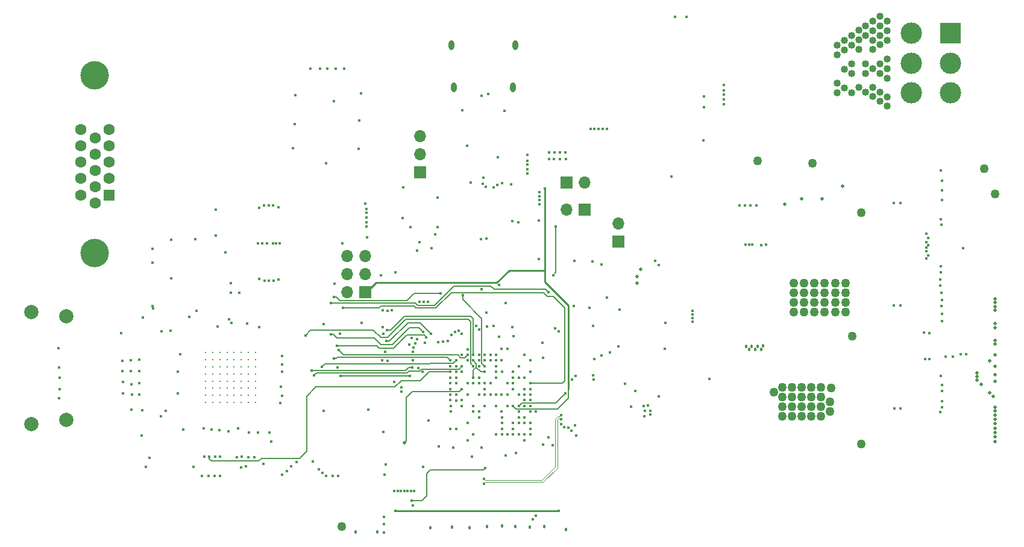
<source format=gbr>
G04 #@! TF.GenerationSoftware,KiCad,Pcbnew,(5.0.2)-1*
G04 #@! TF.CreationDate,2019-04-03T00:40:33-04:00*
G04 #@! TF.ProjectId,RASAC,52415341-432e-46b6-9963-61645f706362,rev?*
G04 #@! TF.SameCoordinates,Original*
G04 #@! TF.FileFunction,Copper,L4,Inr*
G04 #@! TF.FilePolarity,Positive*
%FSLAX46Y46*%
G04 Gerber Fmt 4.6, Leading zero omitted, Abs format (unit mm)*
G04 Created by KiCad (PCBNEW (5.0.2)-1) date 4/3/2019 12:40:33 AM*
%MOMM*%
%LPD*%
G01*
G04 APERTURE LIST*
G04 #@! TA.AperFunction,ViaPad*
%ADD10C,4.000000*%
G04 #@! TD*
G04 #@! TA.AperFunction,ViaPad*
%ADD11C,1.600000*%
G04 #@! TD*
G04 #@! TA.AperFunction,ViaPad*
%ADD12R,1.600000X1.600000*%
G04 #@! TD*
G04 #@! TA.AperFunction,ViaPad*
%ADD13O,0.800000X1.400000*%
G04 #@! TD*
G04 #@! TA.AperFunction,ViaPad*
%ADD14C,0.300000*%
G04 #@! TD*
G04 #@! TA.AperFunction,ViaPad*
%ADD15C,3.000000*%
G04 #@! TD*
G04 #@! TA.AperFunction,ViaPad*
%ADD16R,3.000000X3.000000*%
G04 #@! TD*
G04 #@! TA.AperFunction,ViaPad*
%ADD17O,1.700000X1.700000*%
G04 #@! TD*
G04 #@! TA.AperFunction,ViaPad*
%ADD18R,1.700000X1.700000*%
G04 #@! TD*
G04 #@! TA.AperFunction,ViaPad*
%ADD19C,2.000000*%
G04 #@! TD*
G04 #@! TA.AperFunction,ViaPad*
%ADD20C,0.450088*%
G04 #@! TD*
G04 #@! TA.AperFunction,ViaPad*
%ADD21C,1.270000*%
G04 #@! TD*
G04 #@! TA.AperFunction,ViaPad*
%ADD22C,0.508000*%
G04 #@! TD*
G04 #@! TA.AperFunction,ViaPad*
%ADD23C,0.457200*%
G04 #@! TD*
G04 #@! TA.AperFunction,ViaPad*
%ADD24C,1.016000*%
G04 #@! TD*
G04 #@! TA.AperFunction,Conductor*
%ADD25C,0.101600*%
G04 #@! TD*
G04 #@! TA.AperFunction,Conductor*
%ADD26C,0.254000*%
G04 #@! TD*
G04 #@! TA.AperFunction,Conductor*
%ADD27C,0.203200*%
G04 #@! TD*
G04 #@! TA.AperFunction,Conductor*
%ADD28C,0.152400*%
G04 #@! TD*
G04 APERTURE END LIST*
D10*
G04 #@! TO.N,GND*
G04 #@! TO.C,J6*
X93448920Y-106444900D03*
X93448920Y-81444900D03*
D11*
G04 #@! TO.N,Net-(J6-Pad15)*
X91538920Y-89099900D03*
G04 #@! TO.N,Net-(J6-Pad14)*
X91538920Y-91389900D03*
G04 #@! TO.N,Net-(J6-Pad13)*
X91538920Y-93679900D03*
G04 #@! TO.N,Net-(J6-Pad12)*
X91538920Y-95969900D03*
G04 #@! TO.N,Net-(J6-Pad11)*
X91538920Y-98259900D03*
G04 #@! TO.N,GND*
X93518920Y-90244900D03*
G04 #@! TO.N,Net-(J6-Pad9)*
X93518920Y-92534900D03*
G04 #@! TO.N,GND*
X93518920Y-94824900D03*
X93518920Y-97114900D03*
X93518920Y-99404900D03*
X95498920Y-89099900D03*
G04 #@! TO.N,Net-(J6-Pad4)*
X95498920Y-91389900D03*
G04 #@! TO.N,Net-(J6-Pad3)*
X95498920Y-93679900D03*
G04 #@! TO.N,Net-(J6-Pad2)*
X95498920Y-95969900D03*
D12*
G04 #@! TO.N,Net-(J6-Pad1)*
X95498920Y-98259900D03*
G04 #@! TD*
D13*
G04 #@! TO.N,GND*
G04 #@! TO.C,J4*
X152564380Y-77210640D03*
X143584380Y-77210640D03*
X143944380Y-83160640D03*
X152204380Y-83160640D03*
G04 #@! TD*
D14*
G04 #@! TO.N,GND*
G04 #@! TO.C,J5*
X109052480Y-127429140D03*
X110052480Y-127429140D03*
X111052480Y-127429140D03*
X112052480Y-127429140D03*
X112052480Y-126429140D03*
X111052480Y-126429140D03*
X110052480Y-126429140D03*
X109052480Y-126429140D03*
X109052480Y-125429140D03*
X110052480Y-125429140D03*
X111052480Y-125429140D03*
X112052480Y-125429140D03*
X112052480Y-124429140D03*
X111052480Y-124429140D03*
X110052480Y-124429140D03*
X109052480Y-124429140D03*
X109052480Y-123429140D03*
X110052480Y-123429140D03*
X111052480Y-123429140D03*
X112052480Y-123429140D03*
X112052480Y-122429140D03*
X111052480Y-122429140D03*
X110052480Y-122429140D03*
X109052480Y-122429140D03*
X109052480Y-121429140D03*
X110052480Y-121429140D03*
X111052480Y-121429140D03*
X112052480Y-121429140D03*
X112052480Y-120429140D03*
X111052480Y-120429140D03*
X110052480Y-120429140D03*
X109052480Y-120429140D03*
X113052480Y-127429140D03*
X114052480Y-127429140D03*
X113052480Y-126429140D03*
X114052480Y-126429140D03*
X113052480Y-125429140D03*
X114052480Y-125429140D03*
X114052480Y-124429140D03*
X113052480Y-124429140D03*
X113052480Y-123429140D03*
X114052480Y-123429140D03*
X114052480Y-122429140D03*
X113052480Y-122429140D03*
X113052480Y-121429140D03*
X114052480Y-121429140D03*
X113052480Y-120429140D03*
X114052480Y-120429140D03*
X115052480Y-120429140D03*
X115052480Y-121429140D03*
X115052480Y-122429140D03*
X115052480Y-123429140D03*
X115052480Y-124429140D03*
X115052480Y-125429140D03*
X115052480Y-126429140D03*
X115052480Y-127429140D03*
X116052480Y-127429140D03*
X116052480Y-126429140D03*
X116052480Y-125429140D03*
X116052480Y-124429140D03*
X116052480Y-123429140D03*
X116052480Y-122429140D03*
X116052480Y-121429140D03*
X116052480Y-120429140D03*
G04 #@! TD*
D15*
G04 #@! TO.N,GND*
G04 #@! TO.C,J2*
X208152100Y-83919280D03*
G04 #@! TO.N,Net-(J2-Pad5)*
X208152100Y-79719280D03*
G04 #@! TO.N,GND*
X208152100Y-75519280D03*
G04 #@! TO.N,Net-(D1-Pad2)*
X213652100Y-83919280D03*
G04 #@! TO.N,Net-(J2-Pad2)*
X213652100Y-79719280D03*
D16*
G04 #@! TO.N,Net-(D1-Pad2)*
X213652100Y-75519280D03*
G04 #@! TD*
D17*
G04 #@! TO.N,GND*
G04 #@! TO.C,J3*
X128955800Y-106873040D03*
G04 #@! TO.N,VCC3V3*
X131495800Y-106873040D03*
G04 #@! TO.N,JTAG_TDO*
X128955800Y-109413040D03*
G04 #@! TO.N,JTAG_TDI*
X131495800Y-109413040D03*
G04 #@! TO.N,JTAG_TMS*
X128955800Y-111953040D03*
D18*
G04 #@! TO.N,JTAG_TCK*
X131495800Y-111953040D03*
G04 #@! TD*
D19*
G04 #@! TO.N,GND*
G04 #@! TO.C,J7*
X84594700Y-130460880D03*
X84594700Y-114760880D03*
X89494700Y-129860880D03*
X89494700Y-115360880D03*
G04 #@! TD*
D17*
G04 #@! TO.N,JTAG_TDI*
G04 #@! TO.C,J8*
X162308540Y-96545400D03*
D18*
G04 #@! TO.N,Net-(J8-Pad1)*
X159768540Y-96545400D03*
G04 #@! TD*
D17*
G04 #@! TO.N,Net-(J9-Pad2)*
G04 #@! TO.C,J9*
X159781240Y-100342700D03*
D18*
G04 #@! TO.N,JTAG_TDO*
X162321240Y-100342700D03*
G04 #@! TD*
D17*
G04 #@! TO.N,VCC5V0*
G04 #@! TO.C,J12*
X139158980Y-89966800D03*
G04 #@! TO.N,Net-(J12-Pad2)*
X139158980Y-92506800D03*
D18*
G04 #@! TO.N,USB_VBUS_1*
X139158980Y-95046800D03*
G04 #@! TD*
G04 #@! TO.N,EMCCLK*
G04 #@! TO.C,J14*
X167048180Y-104792780D03*
D17*
G04 #@! TO.N,Net-(J14-Pad2)*
X167048180Y-102252780D03*
G04 #@! TD*
D20*
G04 #@! TO.N,PCIe_CLK_P*
X153858648Y-129536390D03*
X148163280Y-138187176D03*
X158996873Y-129205686D03*
G04 #@! TO.N,PCIe_CLK_N*
X153858648Y-130336490D03*
X148163280Y-138815064D03*
X158996873Y-129833574D03*
D21*
G04 #@! TO.N,PCIe_12V*
X201168000Y-100774500D03*
X219951300Y-98105280D03*
X194284600Y-93802200D03*
X218435740Y-94589720D03*
X186588400Y-93446600D03*
D22*
X219951300Y-132892800D03*
X219951300Y-132280660D03*
X219951300Y-131658360D03*
X219951300Y-131036060D03*
X219951300Y-130395980D03*
X219951300Y-129811780D03*
X219951300Y-129209800D03*
X219951300Y-128605280D03*
X219951300Y-128117600D03*
X219673600Y-126555500D03*
X219198620Y-126080520D03*
X217420500Y-123302400D03*
X217420500Y-123302400D03*
X217420500Y-123302400D03*
X219951300Y-120771600D03*
X217420500Y-123302400D03*
X217420500Y-123302400D03*
X219951300Y-123512580D03*
X219951300Y-122359420D03*
X219951300Y-124485400D03*
X217420500Y-124302400D03*
X217420500Y-123784360D03*
X217987040Y-124868940D03*
X217987040Y-124868940D03*
X217987040Y-124868940D03*
X219951300Y-119253000D03*
X219155960Y-121566940D03*
X219951300Y-118704360D03*
X219951300Y-116908580D03*
X219951300Y-116329460D03*
X219951300Y-114477800D03*
X219951300Y-113954560D03*
X219951300Y-113398300D03*
X219951300Y-112842040D03*
D20*
X138371580Y-139852400D03*
X137906760Y-139852400D03*
X137441940Y-139852400D03*
X136972040Y-139852400D03*
X136507220Y-139852400D03*
X136039860Y-139852400D03*
X135575040Y-139852400D03*
D21*
X128153160Y-144895160D03*
D20*
G04 #@! TO.N,VCC3V3*
X143442108Y-124718010D03*
X143056028Y-118809970D03*
X154273967Y-95232348D03*
X154279047Y-94627828D03*
X154286667Y-94023308D03*
X154279047Y-93451808D03*
X154286667Y-92656788D03*
X131622800Y-100210620D03*
X131655820Y-102689660D03*
X141290040Y-103840280D03*
X145760440Y-91338400D03*
X155864560Y-101823520D03*
X155851860Y-107289600D03*
X147820380Y-111531400D03*
X144254220Y-122339100D03*
X143461740Y-127932180D03*
X144246600Y-126326900D03*
X153052780Y-123934220D03*
X153047700Y-126329440D03*
X105516680Y-120680480D03*
X105153460Y-123080780D03*
X110754160Y-116738400D03*
X116558060Y-116852700D03*
X104178100Y-110025180D03*
X105112820Y-126164340D03*
X108788200Y-131066540D03*
X126875540Y-137782300D03*
X112572800Y-110690660D03*
X112565180Y-112016540D03*
X148254720Y-120731280D03*
X150294340Y-118181120D03*
X145855108Y-119938800D03*
X127635000Y-137782300D03*
X131622800Y-102077520D03*
X131622800Y-101396800D03*
X131622800Y-100774500D03*
X138142980Y-120302020D03*
X160825180Y-107535980D03*
X162986720Y-114137440D03*
X172709840Y-108104940D03*
X172161200Y-107556300D03*
X125453140Y-137302240D03*
X124940060Y-136789160D03*
X125933200Y-137782300D03*
X168793160Y-128036320D03*
X152112753Y-101955600D03*
X152112753Y-101955600D03*
X153024840Y-102143560D03*
X105905300Y-131267200D03*
X113807240Y-112016540D03*
X163377880Y-107602020D03*
X125615700Y-128615440D03*
X111843820Y-106324400D03*
X107582300Y-104457500D03*
D21*
G04 #@! TO.N,MGTAVCC*
X199885300Y-118071900D03*
X201180700Y-133261100D03*
D20*
X154656008Y-130333950D03*
X151458348Y-126336290D03*
X151463428Y-127941370D03*
X149863328Y-127941270D03*
X148243008Y-127920950D03*
X146653168Y-127931110D03*
X145852968Y-126335990D03*
X147463328Y-124725630D03*
X146647688Y-124725630D03*
X184912000Y-105257600D03*
X185437780Y-105257600D03*
X185841640Y-105257600D03*
X187107700Y-105309800D03*
X187107700Y-105309800D03*
X187777120Y-105257600D03*
X152252680Y-124736860D03*
X177459640Y-116065300D03*
X177459640Y-115590320D03*
X177459640Y-115062000D03*
X177459640Y-114515900D03*
X148258352Y-125526800D03*
X157802580Y-133398260D03*
X161071754Y-132042094D03*
X169367200Y-125816360D03*
X146469100Y-135018780D03*
X179069780Y-85910420D03*
X179029360Y-84421980D03*
X179003200Y-90606120D03*
X176578260Y-73245980D03*
X174980600Y-73245980D03*
D23*
G04 #@! TO.N,VCC1V8*
X184950100Y-119570500D03*
X185381900Y-120012460D03*
X185790840Y-119537480D03*
X186253120Y-119999760D03*
X186618880Y-119517160D03*
X187076080Y-119946420D03*
X187325000Y-119458740D03*
D20*
X144254908Y-131134050D03*
X147452768Y-129533850D03*
X145052468Y-127931110D03*
X156444368Y-121136610D03*
X153061088Y-122327870D03*
X154656208Y-123133050D03*
X150650628Y-121537930D03*
X145049928Y-123127970D03*
X147460288Y-123938230D03*
X149847488Y-123125430D03*
X140393420Y-129943860D03*
X146657060Y-131937760D03*
X149072600Y-126329440D03*
X154658060Y-126334520D03*
X153847800Y-120723660D03*
X143852900Y-133799580D03*
X134002780Y-131594860D03*
X149983907Y-96847788D03*
X141678660Y-98656140D03*
X135691880Y-109100620D03*
X150301960Y-110916720D03*
X107777280Y-114533680D03*
X151457660Y-119931180D03*
X116367560Y-105046780D03*
X117706140Y-105046780D03*
X118513860Y-105046780D03*
X119479060Y-105046780D03*
X117002560Y-105044240D03*
X118988840Y-105044240D03*
X157312360Y-93210380D03*
X159636460Y-93207840D03*
X158805880Y-93210380D03*
X158003240Y-93210380D03*
X159588200Y-92257880D03*
X157312360Y-92257880D03*
X158048960Y-92257880D03*
X158833820Y-92257880D03*
X128234440Y-105046780D03*
X126011940Y-93842840D03*
X127043261Y-85130640D03*
G04 #@! TO.N,MGTAVTT*
X153852880Y-132735320D03*
X160924240Y-130670440D03*
X179806600Y-124104400D03*
X151460200Y-131935220D03*
X152655508Y-134517368D03*
X157238700Y-132333450D03*
X100652580Y-136512300D03*
G04 #@! TO.N,Net-(C69-Pad1)*
X150131227Y-92966668D03*
G04 #@! TO.N,Net-(C70-Pad1)*
X146311507Y-96540320D03*
G04 #@! TO.N,VCC2V5*
X172735240Y-126611380D03*
X173649640Y-116255800D03*
G04 #@! TO.N,VCC5V0*
X104106980Y-117320060D03*
X102821740Y-117429280D03*
X102778560Y-129339340D03*
X184073800Y-99720400D03*
X185607960Y-99720400D03*
X184800240Y-99720400D03*
X186425840Y-99720400D03*
X101699060Y-114244120D03*
X101585550Y-113901136D03*
X101617655Y-107792520D03*
X101627813Y-105859580D03*
G04 #@! TO.N,Net-(D3-Pad2)*
X143449728Y-125528270D03*
X152166320Y-116868956D03*
G04 #@! TO.N,Net-(D4-Pad2)*
X152255908Y-123935690D03*
X152265380Y-118101364D03*
G04 #@! TO.N,MSEN*
X112359440Y-115702080D03*
G04 #@! TO.N,PCIe_PRSNT_B*
X135712200Y-142707360D03*
X158696660Y-142707360D03*
G04 #@! TO.N,PCIe_3.3V*
X134147560Y-137612120D03*
X134139940Y-145689320D03*
X134139940Y-144559020D03*
X134139940Y-143543020D03*
G04 #@! TO.N,PCIe_WAKE_B*
X149855608Y-122332950D03*
X138160760Y-141874240D03*
G04 #@! TO.N,PCIe_PERST*
X137965180Y-141218920D03*
X149065668Y-121522690D03*
X148343620Y-136644380D03*
G04 #@! TO.N,PCIe_RX0_P*
X152255908Y-131134050D03*
G04 #@! TO.N,PCIe_RX0_N*
X152255908Y-131931610D03*
G04 #@! TO.N,PCIe_RX1_P*
X159008068Y-130461008D03*
G04 #@! TO.N,PCIe_RX1_N*
X159452052Y-130904992D03*
G04 #@! TO.N,PCIe_RX2_P*
X154653668Y-131128970D03*
X160011453Y-130991898D03*
G04 #@! TO.N,PCIe_RX2_N*
X154653668Y-131929070D03*
X160455437Y-131435882D03*
G04 #@! TO.N,PCIe_RX3_P*
X150660788Y-131131510D03*
X154977088Y-143815812D03*
G04 #@! TO.N,PCIe_RX3_N*
X155421072Y-143371828D03*
X150658248Y-131926530D03*
G04 #@! TO.N,JTAG_TDO*
X143449728Y-127128470D03*
G04 #@! TO.N,JTAG_TDI*
X143449728Y-126325830D03*
G04 #@! TO.N,JTAG_TMS*
X144254908Y-127131010D03*
X158239460Y-102692200D03*
X157867604Y-109552740D03*
X133712214Y-109533426D03*
G04 #@! TO.N,JTAG_TCK*
X152258448Y-127933650D03*
X156690060Y-97398840D03*
G04 #@! TO.N,USB_DM_1*
X148003260Y-96707960D03*
X148711558Y-84103042D03*
X147828000Y-84312760D03*
G04 #@! TO.N,USB_DP_1*
X148396960Y-97119440D03*
G04 #@! TO.N,HDMI_D1*
X119811800Y-120944640D03*
G04 #@! TO.N,HDMI_D3*
X119755920Y-122095260D03*
G04 #@! TO.N,HDMI_D5*
X119776240Y-123108720D03*
G04 #@! TO.N,HDMI_D7*
X119651780Y-125188980D03*
G04 #@! TO.N,HDMI_D9*
X119778780Y-126474220D03*
G04 #@! TO.N,HDMI_D11*
X119501920Y-127480060D03*
G04 #@! TO.N,HDMI_D13*
X116377720Y-131681220D03*
G04 #@! TO.N,HDMI_D15*
X115100100Y-131668520D03*
G04 #@! TO.N,HDMI_D17*
X113596420Y-131056380D03*
G04 #@! TO.N,HDMI_D19*
X112247680Y-131498340D03*
G04 #@! TO.N,HDMI_D21*
X111025940Y-131320540D03*
G04 #@! TO.N,HDMI_D23*
X109898180Y-131213860D03*
G04 #@! TO.N,HDMI_SCL*
X126644400Y-113474500D03*
X157182820Y-111899700D03*
G04 #@! TO.N,HDMI_SDA*
X154658748Y-124735790D03*
X128323340Y-114110516D03*
G04 #@! TO.N,HDMI_RST*
X137713720Y-123710700D03*
X128005840Y-123725940D03*
G04 #@! TO.N,HPD*
X112694720Y-116283740D03*
X100274120Y-115511580D03*
G04 #@! TO.N,HDMI_HSYNC*
X114901980Y-116372640D03*
G04 #@! TO.N,Net-(J6-Pad3)*
X163517580Y-116697760D03*
X133913880Y-114513360D03*
G04 #@! TO.N,Net-(J6-Pad2)*
X163609020Y-121307860D03*
X134594600Y-114520980D03*
G04 #@! TO.N,Net-(J6-Pad1)*
X164658040Y-120787160D03*
X135242300Y-114475260D03*
G04 #@! TO.N,Net-(J13-Pad3)*
X152255908Y-123133050D03*
X165821360Y-120378220D03*
G04 #@! TO.N,Net-(J13-Pad2)*
X144252368Y-124728170D03*
X173583600Y-119915940D03*
G04 #@! TO.N,Net-(J13-Pad1)*
X144254908Y-123933150D03*
X167055800Y-119527320D03*
G04 #@! TO.N,EMCCLK*
X148602700Y-116718080D03*
X160807594Y-113860774D03*
G04 #@! TO.N,Net-(R10-Pad2)*
X141650720Y-102814120D03*
G04 #@! TO.N,Net-(R11-Pad1)*
X131439920Y-99456240D03*
G04 #@! TO.N,Net-(R12-Pad1)*
X136761220Y-101544120D03*
G04 #@! TO.N,Net-(R13-Pad2)*
X137853420Y-102768400D03*
G04 #@! TO.N,Net-(R13-Pad1)*
X139090400Y-104942640D03*
G04 #@! TO.N,FCS_B*
X148257948Y-121527770D03*
X164632640Y-108058204D03*
G04 #@! TO.N,D01*
X148490940Y-114843560D03*
G04 #@! TO.N,D02*
X149863228Y-121525230D03*
X149506940Y-116651024D03*
X151185880Y-113449100D03*
G04 #@! TO.N,SYSCLK_N*
X147452768Y-121530310D03*
D22*
X169687240Y-110685580D03*
D20*
G04 #@! TO.N,SYSCLK_P*
X147452768Y-120735290D03*
D22*
X170134280Y-108686600D03*
D20*
G04 #@! TO.N,D03*
X149853068Y-120730210D03*
G04 #@! TO.N,D00*
X149055508Y-120730210D03*
G04 #@! TO.N,Net-(R25-Pad2)*
X145055008Y-125533350D03*
D22*
X137015220Y-133073140D03*
D20*
G04 #@! TO.N,RxD_LED*
X140779500Y-105740200D03*
G04 #@! TO.N,HDMI_R_D0*
X146657748Y-122330410D03*
X123093480Y-117995700D03*
G04 #@! TO.N,HDMI_R_D2*
X126631700Y-117843300D03*
X139628880Y-117525800D03*
G04 #@! TO.N,HDMI_R_D4*
X127510540Y-119471440D03*
X140070840Y-118290340D03*
G04 #@! TO.N,HDMI_R_D6*
X145855108Y-120735290D03*
X127767080Y-120073420D03*
G04 #@! TO.N,HDMI_R_D8*
X144257448Y-121532850D03*
X125374400Y-122389900D03*
G04 #@! TO.N,HDMI_R_D10*
X143449728Y-121525230D03*
X127091440Y-121223024D03*
G04 #@! TO.N,HDMI_R_D12*
X145051780Y-117800120D03*
X118051580Y-131655820D03*
G04 #@! TO.N,HDMI_R_D14*
X143581120Y-117924580D03*
X115872260Y-135135620D03*
G04 #@! TO.N,HDMI_R_D16*
X114145060Y-135082280D03*
X142412720Y-118905020D03*
G04 #@! TO.N,HDMI_R_D18*
X138785600Y-118534180D03*
X114729260Y-136401556D03*
G04 #@! TO.N,HDMI_R_D20*
X111066580Y-135082280D03*
X139880340Y-119021860D03*
X117177820Y-136027160D03*
G04 #@! TO.N,HDMI_R_D22*
X143454808Y-123130510D03*
X109585760Y-135061960D03*
G04 #@! TO.N,HDMI_R_CLK*
X123982480Y-122958860D03*
X138089640Y-122547380D03*
G04 #@! TO.N,HDMI_R_VSYNC*
X127904240Y-117772180D03*
X133985000Y-117787420D03*
X137680700Y-119316500D03*
G04 #@! TO.N,HDMI_R_D1*
X146657748Y-120730210D03*
X134518400Y-117307360D03*
G04 #@! TO.N,HDMI_R_D3*
X134475220Y-118831360D03*
X140723620Y-117769640D03*
G04 #@! TO.N,HDMI_R_D5*
X145862728Y-121527770D03*
X134246620Y-120327420D03*
G04 #@! TO.N,HDMI_R_D7*
X145055008Y-122332950D03*
X124305060Y-123588780D03*
G04 #@! TO.N,HDMI_R_D9*
X143452268Y-122330410D03*
X134610856Y-121571511D03*
G04 #@! TO.N,HDMI_R_D11*
X145062628Y-120725130D03*
X133868160Y-121488200D03*
X138148060Y-121513600D03*
G04 #@! TO.N,HDMI_R_D13*
X144622520Y-117386100D03*
X118287800Y-132898896D03*
G04 #@! TO.N,HDMI_R_D15*
X144063720Y-117525800D03*
X115067080Y-135100060D03*
G04 #@! TO.N,HDMI_R_D17*
X113428780Y-135094980D03*
X138272520Y-119715280D03*
G04 #@! TO.N,HDMI_R_D19*
X138501120Y-119098060D03*
X114000280Y-136547860D03*
G04 #@! TO.N,HDMI_R_D21*
X144252368Y-123127970D03*
X110411260Y-135082280D03*
G04 #@! TO.N,HDMI_R_D23*
X138887200Y-122565160D03*
X127541020Y-122483880D03*
X108902500Y-135041640D03*
G04 #@! TO.N,HDMI_R_HSYNC*
X133967220Y-116885720D03*
X137967720Y-118379240D03*
G04 #@! TO.N,HDMI_R_DE*
X143457348Y-123933150D03*
X130987800Y-116273580D03*
X125636020Y-116448840D03*
G04 #@! TO.N,Net-(R60-Pad1)*
X103416100Y-128595120D03*
G04 #@! TO.N,VGA_R3*
X154653668Y-127933650D03*
G04 #@! TO.N,VGA_G1*
X154651128Y-127128470D03*
G04 #@! TO.N,VGA_B1*
X158640780Y-117469920D03*
G04 #@! TO.N,VGA_R2*
X153858648Y-127938730D03*
G04 #@! TO.N,VGA_R4*
X153851028Y-127125930D03*
X160477200Y-124188220D03*
X163583620Y-124185680D03*
G04 #@! TO.N,VGA_G4*
X154651128Y-125530810D03*
G04 #@! TO.N,VGA_B4*
X153856108Y-125530810D03*
G04 #@! TO.N,VGA_VS*
X147457848Y-122332950D03*
X127134620Y-110718600D03*
G04 #@! TO.N,VGA_HS*
X127114300Y-112636300D03*
X147448704Y-117149880D03*
X142031720Y-112102900D03*
G04 #@! TO.N,TxD_LED*
X138780520Y-106090720D03*
G04 #@! TO.N,CCLK*
X153058548Y-127936190D03*
X159594804Y-126156046D03*
X167182800Y-114399060D03*
G04 #@! TO.N,VGA_R1*
X153863728Y-126341070D03*
X161046160Y-123736100D03*
X163509960Y-123629420D03*
G04 #@! TO.N,TTL_DSR1*
X135569960Y-124531120D03*
X136563100Y-125293120D03*
G04 #@! TO.N,TTL_RI1*
X148260488Y-122330410D03*
X145204180Y-112387889D03*
G04 #@! TO.N,GND*
X171521120Y-129082800D03*
X155935680Y-97909380D03*
X155961080Y-98465640D03*
X155973780Y-99009200D03*
X155973780Y-99568000D03*
D21*
X191643000Y-110629700D03*
X193090800Y-110629700D03*
X194564000Y-110629700D03*
X196011800Y-110629700D03*
X198958200Y-110629700D03*
X197510400Y-110629700D03*
X191643000Y-112001300D03*
X198958200Y-112001300D03*
X193090800Y-112001300D03*
X196011800Y-112001300D03*
X197510400Y-112001300D03*
X194564000Y-112001300D03*
X191643000Y-113334800D03*
X198958200Y-113334800D03*
X193090800Y-113334800D03*
X193090800Y-114706400D03*
X197510400Y-114706400D03*
X196011800Y-113334800D03*
X197510400Y-113334800D03*
X194564000Y-114706400D03*
X196011800Y-114706400D03*
X194564000Y-113334800D03*
X191643000Y-114706400D03*
X198958200Y-114706400D03*
X190080900Y-125310900D03*
X191439800Y-125298200D03*
X192798700Y-125298200D03*
X194144900Y-125298200D03*
X195478400Y-125285500D03*
X196900800Y-125399800D03*
X190080900Y-126657100D03*
X191439800Y-126657100D03*
X192786000Y-126657100D03*
X194144900Y-126657100D03*
X195491100Y-126657100D03*
X190080900Y-128003300D03*
X191439800Y-128003300D03*
X192786000Y-128003300D03*
X194144900Y-128003300D03*
X195491100Y-128003300D03*
X196761100Y-127317500D03*
X190080900Y-129362200D03*
X191439800Y-129362200D03*
X192786000Y-129362200D03*
X194144900Y-129362200D03*
X195491100Y-129362200D03*
X196748400Y-128727200D03*
X188899800Y-125958600D03*
D24*
X204774800Y-81876900D03*
X204774800Y-80518000D03*
X204774800Y-79197200D03*
X204787500Y-75171300D03*
X204787500Y-73850500D03*
X204787500Y-76530200D03*
X204774800Y-84480400D03*
X204774800Y-85801200D03*
X203784200Y-85102700D03*
X203796900Y-73152000D03*
X203796900Y-74472800D03*
X203796900Y-75831700D03*
X203796900Y-77152500D03*
X203784200Y-83781900D03*
X203784200Y-79819500D03*
X203784200Y-81178400D03*
X202780900Y-83172300D03*
X202780900Y-80492600D03*
X202793600Y-75145900D03*
X202793600Y-76504800D03*
X202793600Y-73825100D03*
X202780900Y-84455000D03*
X202793600Y-77825600D03*
X201764900Y-83781900D03*
X201777600Y-74472800D03*
X201764900Y-81178400D03*
X201777600Y-75831700D03*
X201764900Y-79819500D03*
X200812400Y-75133200D03*
X200812400Y-76492100D03*
X200812400Y-77812900D03*
X200799700Y-83159600D03*
X199809100Y-77203300D03*
X199796400Y-79870300D03*
X199796400Y-81191100D03*
X199809100Y-75844400D03*
X199796400Y-83870800D03*
X198793100Y-80581500D03*
X198793100Y-83261200D03*
X198805800Y-76555600D03*
X198805800Y-77914500D03*
X197751700Y-82562700D03*
X197751700Y-83921600D03*
X197764400Y-77216000D03*
X197764400Y-78574900D03*
D20*
X143459888Y-128723590D03*
X155458848Y-128730110D03*
X154651128Y-128737830D03*
X153056008Y-128733750D03*
X153856108Y-131934150D03*
X153058548Y-131926530D03*
X153043308Y-129510990D03*
X153043308Y-130331410D03*
X152257548Y-130331410D03*
X148257948Y-123131010D03*
X146657748Y-123938230D03*
X145847488Y-124725630D03*
X148255408Y-126333450D03*
X147455308Y-126333450D03*
X149865768Y-131944310D03*
X150658248Y-130330710D03*
X150660788Y-129528170D03*
X150650128Y-128738830D03*
X145852568Y-130336490D03*
X147467908Y-128721050D03*
X146643108Y-128721050D03*
X145050528Y-127128470D03*
X154658748Y-121530310D03*
X156345308Y-119043650D03*
X153853568Y-123935690D03*
X141707288Y-118985230D03*
X149847988Y-123925930D03*
X149055508Y-124733450D03*
X148263028Y-124725930D03*
X152260988Y-125527970D03*
X150650428Y-126328370D03*
X149852968Y-126335990D03*
X156479928Y-133333690D03*
X141823440Y-133565900D03*
X143456660Y-131132580D03*
D23*
X133151880Y-145653760D03*
X130152140Y-145635980D03*
X148587460Y-144846040D03*
X150670260Y-144802860D03*
X152580340Y-144861280D03*
X154622500Y-144912080D03*
X156641800Y-144879060D03*
X159712660Y-145282920D03*
X140594080Y-145011140D03*
X143642080Y-144967960D03*
X146146520Y-145059400D03*
D20*
X131864600Y-128409700D03*
X181889400Y-82791300D03*
X148107400Y-95839280D03*
X151975820Y-96735900D03*
X150713440Y-96634300D03*
X149484080Y-97195640D03*
X131724400Y-104208580D03*
X139684760Y-113281460D03*
X139103100Y-113281460D03*
X140281660Y-113263680D03*
X136776460Y-97162620D03*
X97340420Y-121546620D03*
X98516440Y-121511060D03*
X99738180Y-121432320D03*
X97360740Y-123052840D03*
X98516440Y-123022360D03*
X99738180Y-123029980D03*
X97403920Y-124548900D03*
X98610420Y-124856240D03*
X99740720Y-124747020D03*
X97411540Y-126192280D03*
X98696780Y-126311660D03*
X99715320Y-126286260D03*
X97200720Y-117703600D03*
X88572340Y-123954540D03*
X88549480Y-125534420D03*
X88506300Y-126852680D03*
X88425020Y-122491500D03*
X88358980Y-119844820D03*
X98645980Y-128460500D03*
X100157280Y-128498600D03*
X106791760Y-115404900D03*
X147858480Y-133758940D03*
X158163260Y-117005100D03*
X136547860Y-125872240D03*
X139501880Y-123123960D03*
X147060920Y-116651024D03*
X150652480Y-119931180D03*
X146646900Y-121533920D03*
X151185880Y-134912100D03*
X145846800Y-132735320D03*
X165397180Y-112717580D03*
X168008300Y-124833380D03*
D22*
X195658740Y-98787200D03*
X192808860Y-98787200D03*
X190436500Y-99549200D03*
X198501000Y-97034600D03*
X169689780Y-109707680D03*
D20*
X117241320Y-99763580D03*
X118498620Y-99763580D03*
X117904260Y-99763580D03*
X116551960Y-100042980D03*
X119293640Y-100024180D03*
X116561578Y-110093760D03*
X119246440Y-110131860D03*
X117937280Y-110317280D03*
X117302280Y-110317280D03*
X118574820Y-110317280D03*
X174525940Y-95694500D03*
X148508720Y-104437180D03*
X147718780Y-104480360D03*
X100047140Y-132090160D03*
X101125020Y-135224520D03*
X181889400Y-83540600D03*
X164251640Y-89016840D03*
X164848540Y-89016840D03*
X165426520Y-89016840D03*
X163687760Y-89016840D03*
X163119940Y-89016840D03*
X134393940Y-136108440D03*
X139631420Y-136525000D03*
X181889400Y-84193380D03*
X181889400Y-84838540D03*
X181889400Y-85534500D03*
X121285000Y-91658440D03*
X121533920Y-88285320D03*
X123787500Y-80538320D03*
X125115320Y-80538320D03*
X127355600Y-80538320D03*
X128551340Y-80538320D03*
X126184660Y-80538320D03*
X121678700Y-84234020D03*
X130898900Y-83969860D03*
X130670300Y-87762080D03*
X130540760Y-91762580D03*
X150655020Y-123110244D03*
X151465280Y-124724160D03*
X104198420Y-104594060D03*
X110495080Y-103941880D03*
X110477300Y-100332540D03*
X151038560Y-86436200D03*
X145143220Y-86395560D03*
X215097360Y-120665240D03*
X215869520Y-120690640D03*
X213989920Y-120995440D03*
X213032340Y-120985280D03*
X210114220Y-121315480D03*
X210759040Y-121328180D03*
X210723480Y-117668040D03*
X209974180Y-117607080D03*
X212519260Y-124973080D03*
X212331300Y-123738640D03*
X206659480Y-128249680D03*
X205854300Y-128270000D03*
X212463380Y-128137920D03*
X212498940Y-125854460D03*
X212257640Y-128793240D03*
X212481160Y-127276860D03*
X212529420Y-115963700D03*
X212529420Y-114975640D03*
X212432900Y-113863120D03*
X210312000Y-103687880D03*
X210563460Y-104315260D03*
X210312000Y-104904540D03*
X210563460Y-105343960D03*
X210312000Y-105679240D03*
X210312000Y-106205020D03*
X210563460Y-106728260D03*
X210312000Y-107149900D03*
X212305900Y-108303060D03*
X212369400Y-109143800D03*
X212285580Y-110129320D03*
X212285580Y-110987840D03*
X212389720Y-112016540D03*
X212493860Y-113004600D03*
X206702660Y-113822480D03*
X205737460Y-113822480D03*
X206639160Y-99372420D03*
X205724760Y-99430840D03*
X212341460Y-94792800D03*
X212519180Y-96271080D03*
X212519260Y-97660460D03*
X212519260Y-99016820D03*
X212310980Y-101706680D03*
X212458300Y-102415340D03*
X215473280Y-105783380D03*
X170591480Y-127909320D03*
X171223940Y-127825500D03*
X170802300Y-128617980D03*
X171566840Y-128592980D03*
X170644820Y-129405380D03*
X111074200Y-137789920D03*
X110274100Y-137789920D03*
X109504480Y-137789920D03*
X107309400Y-136525000D03*
X108574320Y-137789920D03*
X119804180Y-137586720D03*
X120502680Y-137078720D03*
X121097040Y-136423400D03*
X121795540Y-135770620D03*
X124104400Y-135696960D03*
G04 #@! TD*
D25*
G04 #@! TO.N,PCIe_CLK_P*
X148337524Y-138361420D02*
X156319774Y-138361420D01*
X148163280Y-138187176D02*
X148337524Y-138361420D01*
X156319774Y-138361420D02*
X158170880Y-136510314D01*
X158170880Y-136510314D02*
X158170880Y-129784394D01*
X158822629Y-129379930D02*
X158996873Y-129205686D01*
X158575344Y-129379930D02*
X158822629Y-129379930D01*
X158170880Y-129784394D02*
X158575344Y-129379930D01*
G04 #@! TO.N,PCIe_CLK_N*
X148163280Y-138815064D02*
X148337524Y-138640820D01*
X148337524Y-138640820D02*
X156435506Y-138640820D01*
X156435506Y-138640820D02*
X158450280Y-136626046D01*
X158450280Y-136626046D02*
X158450280Y-129900126D01*
X158450280Y-129900126D02*
X158691076Y-129659330D01*
X158691076Y-129659330D02*
X158822629Y-129659330D01*
X158822629Y-129659330D02*
X158996873Y-129833574D01*
D26*
G04 #@! TO.N,PCIe_PRSNT_B*
X135712200Y-142707360D02*
X158696660Y-142707360D01*
D27*
G04 #@! TO.N,PCIe_PERST*
X137965180Y-141218920D02*
X139395200Y-141218920D01*
X139395200Y-141218920D02*
X140073380Y-140540740D01*
X140073380Y-140540740D02*
X140073380Y-137429240D01*
X140073380Y-137429240D02*
X140627100Y-136875520D01*
X148112480Y-136875520D02*
X148343620Y-136644380D01*
X140627100Y-136875520D02*
X148112480Y-136875520D01*
G04 #@! TO.N,JTAG_TMS*
X158239460Y-102692200D02*
X158239460Y-109180884D01*
X158239460Y-109180884D02*
X157867604Y-109552740D01*
D28*
G04 #@! TO.N,JTAG_TCK*
X152258448Y-127933650D02*
X152664848Y-128340050D01*
X152664848Y-128340050D02*
X157211448Y-128340050D01*
D26*
X156690060Y-97398840D02*
X156690060Y-108391960D01*
X156690060Y-108391960D02*
X156690060Y-108854240D01*
X151730636Y-108854240D02*
X149970416Y-110614460D01*
X156690060Y-108854240D02*
X151730636Y-108854240D01*
X149970416Y-110614460D02*
X133017260Y-110614460D01*
X133017260Y-110614460D02*
X131508500Y-112123220D01*
X156690060Y-108854240D02*
X156690060Y-110479840D01*
X156690060Y-110479840D02*
X159999680Y-113789460D01*
X159999680Y-113789460D02*
X159999680Y-125551818D01*
D27*
X157211448Y-128340050D02*
X158504690Y-128340050D01*
X159999680Y-126845060D02*
X159999680Y-125551818D01*
X158504690Y-128340050D02*
X159999680Y-126845060D01*
G04 #@! TO.N,HDMI_SCL*
X126644400Y-113474500D02*
X136149080Y-113474500D01*
X136149080Y-113474500D02*
X138508740Y-113474500D01*
X138508740Y-113474500D02*
X138818620Y-113784380D01*
X138818620Y-113784380D02*
X141183360Y-113784380D01*
X141183360Y-113784380D02*
X143913860Y-111053880D01*
X143913860Y-111053880D02*
X149085300Y-111053880D01*
X149085300Y-111053880D02*
X149583140Y-111551720D01*
X149583140Y-111551720D02*
X156611320Y-111551720D01*
X156611320Y-111551720D02*
X156834840Y-111551720D01*
X156834840Y-111551720D02*
X157182820Y-111899700D01*
D28*
G04 #@! TO.N,HDMI_SDA*
X154658748Y-124735790D02*
X157297808Y-124735790D01*
D27*
X157899100Y-112491520D02*
X159519620Y-114112040D01*
X159519620Y-124360940D02*
X159144770Y-124735790D01*
X157058360Y-112491520D02*
X157899100Y-112491520D01*
X143591280Y-111983520D02*
X156550360Y-111983520D01*
X133437884Y-114110516D02*
X133659880Y-113888520D01*
X159519620Y-114112040D02*
X159519620Y-124360940D01*
X156550360Y-111983520D02*
X157058360Y-112491520D01*
X128323340Y-114110516D02*
X133437884Y-114110516D01*
X159144770Y-124735790D02*
X157297808Y-124735790D01*
X133659880Y-113888520D02*
X138330940Y-113888520D01*
X138330940Y-113888520D02*
X138602720Y-114160300D01*
X138602720Y-114160300D02*
X141414500Y-114160300D01*
X141414500Y-114160300D02*
X143591280Y-111983520D01*
G04 #@! TO.N,HDMI_RST*
X137713720Y-123710700D02*
X128879600Y-123710700D01*
X128879600Y-123710700D02*
X128204006Y-123710700D01*
X128204006Y-123710700D02*
X128021080Y-123710700D01*
X128021080Y-123710700D02*
X128005840Y-123725940D01*
D28*
G04 #@! TO.N,Net-(R25-Pad2)*
X145055008Y-125533350D02*
X144653688Y-125934670D01*
X144653688Y-125934670D02*
X140655728Y-125934670D01*
D27*
X140655728Y-125934670D02*
X138067850Y-125934670D01*
X138067850Y-125934670D02*
X137256520Y-126746000D01*
X137256520Y-126746000D02*
X137256520Y-132831840D01*
X137256520Y-132831840D02*
X137015220Y-133073140D01*
D28*
G04 #@! TO.N,HDMI_R_D0*
X146657748Y-122330410D02*
X146261508Y-121934170D01*
X146261508Y-121934170D02*
X146261508Y-118157190D01*
D27*
X123093480Y-117995700D02*
X123807220Y-117281960D01*
X123807220Y-117281960D02*
X132600700Y-117281960D01*
X132600700Y-117281960D02*
X133639560Y-118320820D01*
X133639560Y-118320820D02*
X134592060Y-118320820D01*
X134592060Y-118320820D02*
X137172700Y-115740180D01*
X137172700Y-115740180D02*
X145956020Y-115740180D01*
X146261508Y-116045668D02*
X146261508Y-118157190D01*
X145956020Y-115740180D02*
X146261508Y-116045668D01*
G04 #@! TO.N,HDMI_R_D2*
X126949960Y-117843300D02*
X127470660Y-118364000D01*
X126631700Y-117843300D02*
X126949960Y-117843300D01*
X127470660Y-118364000D02*
X132737860Y-118364000D01*
X132737860Y-118364000D02*
X133677660Y-119303800D01*
X133677660Y-119303800D02*
X135285480Y-119303800D01*
X135285480Y-119303800D02*
X137695940Y-116893340D01*
X137695940Y-116893340D02*
X138996420Y-116893340D01*
X138996420Y-116893340D02*
X139628880Y-117525800D01*
G04 #@! TO.N,HDMI_R_D4*
X127510540Y-119471440D02*
X133057900Y-119471440D01*
X133057900Y-119471440D02*
X133408420Y-119821960D01*
X133408420Y-119821960D02*
X135481060Y-119821960D01*
X139756895Y-117976395D02*
X140070840Y-118290340D01*
X135481060Y-119821960D02*
X137326625Y-117976395D01*
X137326625Y-117976395D02*
X139756895Y-117976395D01*
G04 #@! TO.N,HDMI_R_D6*
X127767080Y-120073420D02*
X128437640Y-120743980D01*
X145630065Y-120960333D02*
X145855108Y-120735290D01*
X145462423Y-121127975D02*
X145630065Y-120960333D01*
X144869261Y-121127975D02*
X145462423Y-121127975D01*
X144485266Y-120743980D02*
X144869261Y-121127975D01*
X128437640Y-120743980D02*
X144485266Y-120743980D01*
G04 #@! TO.N,HDMI_R_D8*
X125789945Y-121974355D02*
X140577315Y-121974355D01*
X125374400Y-122389900D02*
X125789945Y-121974355D01*
D28*
X144032405Y-121757893D02*
X144257448Y-121532850D01*
X143837333Y-121952965D02*
X144032405Y-121757893D01*
X140598705Y-121952965D02*
X143837333Y-121952965D01*
X140577315Y-121974355D02*
X140598705Y-121952965D01*
G04 #@! TO.N,HDMI_R_D10*
X127409700Y-121223024D02*
X127525524Y-121107200D01*
X127091440Y-121223024D02*
X127409700Y-121223024D01*
X143031698Y-121107200D02*
X143449728Y-121525230D01*
X127525524Y-121107200D02*
X143031698Y-121107200D01*
D27*
G04 #@! TO.N,HDMI_R_D22*
X143454808Y-123130510D02*
X140430050Y-123130510D01*
X139222807Y-124337753D02*
X136555807Y-124337753D01*
X140430050Y-123130510D02*
X139222807Y-124337753D01*
X136555807Y-124337753D02*
X135630920Y-125262640D01*
X135630920Y-125262640D02*
X124576840Y-125262640D01*
X124576840Y-125262640D02*
X123266200Y-126573280D01*
X123266200Y-126573280D02*
X123266200Y-134297420D01*
X109585760Y-135380220D02*
X109884720Y-135679180D01*
X109585760Y-135061960D02*
X109585760Y-135380220D01*
X109884720Y-135679180D02*
X116527580Y-135679180D01*
X116527580Y-135679180D02*
X116890800Y-135315960D01*
X122247660Y-135315960D02*
X123266200Y-134297420D01*
X116890800Y-135315960D02*
X122247660Y-135315960D01*
G04 #@! TO.N,HDMI_R_CLK*
X123982480Y-122958860D02*
X132623560Y-122958860D01*
D28*
X132623560Y-122958860D02*
X137185400Y-122958860D01*
X137596880Y-122547380D02*
X138089640Y-122547380D01*
X137185400Y-122958860D02*
X137596880Y-122547380D01*
D27*
G04 #@! TO.N,HDMI_R_D1*
X134518400Y-117307360D02*
X135008620Y-117307360D01*
X135008620Y-117307360D02*
X136989820Y-115326160D01*
X136989820Y-115326160D02*
X146293840Y-115326160D01*
X146657748Y-115690068D02*
X146293840Y-115326160D01*
X146657748Y-120730210D02*
X146657748Y-115690068D01*
G04 #@! TO.N,HDMI_R_D3*
X134475220Y-118831360D02*
X134899400Y-118831360D01*
X134899400Y-118831360D02*
X137464800Y-116265960D01*
X137464800Y-116265960D02*
X139219940Y-116265960D01*
X139219940Y-116265960D02*
X140723620Y-117769640D01*
D28*
G04 #@! TO.N,HDMI_R_D7*
X145055008Y-122332950D02*
X144653688Y-122734270D01*
X144653688Y-122734270D02*
X140673508Y-122734270D01*
D27*
X137321545Y-123307855D02*
X137619730Y-123009670D01*
X124305060Y-123588780D02*
X124585985Y-123307855D01*
X124585985Y-123307855D02*
X137321545Y-123307855D01*
X139944910Y-122734270D02*
X140673508Y-122734270D01*
D28*
X139944910Y-122734270D02*
X139348010Y-122734270D01*
X139072610Y-123009670D02*
X137619730Y-123009670D01*
X139348010Y-122734270D02*
X139072610Y-123009670D01*
G04 #@! TO.N,VGA_HS*
X127432560Y-112636300D02*
X127930400Y-113134140D01*
X127114300Y-112636300D02*
X127432560Y-112636300D01*
X127930400Y-113134140D02*
X137314940Y-113134140D01*
X137314940Y-113134140D02*
X138346180Y-112102900D01*
X138346180Y-112102900D02*
X142031720Y-112102900D01*
G04 #@! TO.N,CCLK*
X153058548Y-127936190D02*
X153467488Y-127527250D01*
X153467488Y-127527250D02*
X157170808Y-127527250D01*
X157170808Y-127527250D02*
X158223600Y-127527250D01*
X158223600Y-127527250D02*
X159594804Y-126156046D01*
G04 #@! TO.N,TTL_RI1*
X148260488Y-122330410D02*
X147851548Y-121921470D01*
X147851548Y-121921470D02*
X147851548Y-118093690D01*
D27*
X145204180Y-112387889D02*
X145204180Y-112979200D01*
X147851548Y-115626568D02*
X147851548Y-118093690D01*
X145204180Y-112979200D02*
X147851548Y-115626568D01*
D28*
G04 #@! TO.N,GND*
X147939688Y-123131010D02*
X148257948Y-123131010D01*
X147697288Y-123131010D02*
X147939688Y-123131010D01*
X147080403Y-122514125D02*
X147697288Y-123131010D01*
X147080403Y-121967423D02*
X147080403Y-122514125D01*
X146646900Y-121533920D02*
X147080403Y-121967423D01*
X147032653Y-122514125D02*
X147080403Y-122514125D01*
X146657748Y-122889030D02*
X147032653Y-122514125D01*
X146657748Y-123938230D02*
X146657748Y-122889030D01*
G04 #@! TD*
M02*

</source>
